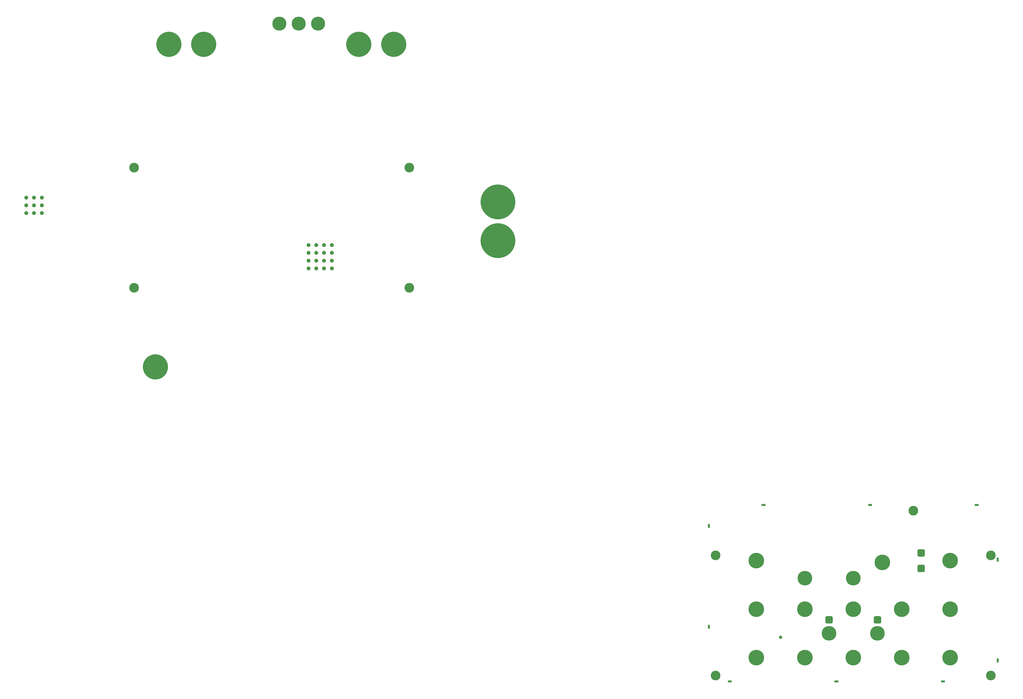
<source format=gbr>
%TF.GenerationSoftware,KiCad,Pcbnew,9.0.6-9.0.6~ubuntu24.04.1*%
%TF.CreationDate,2025-11-16T17:23:56+08:00*%
%TF.ProjectId,ksoloti_gills_panel,6b736f6c-6f74-4695-9f67-696c6c735f70,v0.6*%
%TF.SameCoordinates,Original*%
%TF.FileFunction,Soldermask,Bot*%
%TF.FilePolarity,Negative*%
%FSLAX46Y46*%
G04 Gerber Fmt 4.6, Leading zero omitted, Abs format (unit mm)*
G04 Created by KiCad (PCBNEW 9.0.6-9.0.6~ubuntu24.04.1) date 2025-11-16 17:23:56*
%MOMM*%
%LPD*%
G01*
G04 APERTURE LIST*
%ADD10C,2.000000*%
%ADD11C,5.000000*%
%ADD12C,13.000000*%
%ADD13C,7.200000*%
%ADD14C,18.000000*%
%ADD15C,7.500000*%
%ADD16C,8.000000*%
%ADD17C,1.700000*%
G04 APERTURE END LIST*
G36*
X357697800Y29242000D02*
G01*
X359697800Y29242000D01*
X359697800Y28242000D01*
X357697800Y28242000D01*
X357697800Y29242000D01*
G37*
G36*
X412697800Y29242000D02*
G01*
X414697800Y29242000D01*
X414697800Y28242000D01*
X412697800Y28242000D01*
X412697800Y29242000D01*
G37*
G36*
X274997800Y-33058000D02*
G01*
X275997800Y-33058000D01*
X275997800Y-35058000D01*
X274997800Y-35058000D01*
X274997800Y-33058000D01*
G37*
G36*
X340297800Y-61758000D02*
G01*
X342297800Y-61758000D01*
X342297800Y-62758000D01*
X340297800Y-62758000D01*
X340297800Y-61758000D01*
G37*
G36*
X423997800Y-50458000D02*
G01*
X424997800Y-50458000D01*
X424997800Y-52458000D01*
X423997800Y-52458000D01*
X423997800Y-50458000D01*
G37*
G36*
X302697800Y29242000D02*
G01*
X304697800Y29242000D01*
X304697800Y28242000D01*
X302697800Y28242000D01*
X302697800Y29242000D01*
G37*
G36*
X423997800Y1542000D02*
G01*
X424997800Y1542000D01*
X424997800Y-458000D01*
X423997800Y-458000D01*
X423997800Y1542000D01*
G37*
G36*
X274997800Y18942000D02*
G01*
X275997800Y18942000D01*
X275997800Y16942000D01*
X274997800Y16942000D01*
X274997800Y18942000D01*
G37*
G36*
X285297800Y-61758000D02*
G01*
X287297800Y-61758000D01*
X287297800Y-62758000D01*
X285297800Y-62758000D01*
X285297800Y-61758000D01*
G37*
G36*
X395297800Y-61758000D02*
G01*
X397297800Y-61758000D01*
X397297800Y-62758000D01*
X395297800Y-62758000D01*
X395297800Y-61758000D01*
G37*
D10*
%TO.C,REF\u002A\u002A10*%
X72997800Y158742000D03*
%TD*%
%TO.C,REF\u002A\u002A5*%
X76997800Y154742000D03*
%TD*%
%TO.C,REF\u002A\u002A2*%
X72997800Y150742000D03*
%TD*%
%TO.C,REF\u002A\u002A13*%
X76997800Y162742000D03*
%TD*%
%TO.C,REF\u002A\u002A9*%
X76997800Y158742000D03*
%TD*%
D11*
%TO.C,*%
X-21002200Y202742000D03*
%TD*%
%TO.C,*%
X120997800Y202742000D03*
%TD*%
D10*
%TO.C,REF\u002A\u002A12*%
X80997800Y162742000D03*
%TD*%
%TO.C,*%
X-76602200Y183242000D03*
%TD*%
%TO.C,REF\u002A\u002A7*%
X68997800Y154742000D03*
%TD*%
%TO.C,REF\u002A\u002A1*%
X76997800Y150742000D03*
%TD*%
%TO.C,*%
X-72602200Y183242000D03*
%TD*%
%TO.C,REF\u002A\u002A15*%
X68997800Y162742000D03*
%TD*%
%TO.C,REF\u002A\u002A3*%
X68997800Y150742000D03*
%TD*%
D11*
%TO.C,*%
X-21002200Y140742000D03*
%TD*%
D10*
%TO.C,REF\u002A\u002A14*%
X72997800Y162742000D03*
%TD*%
%TO.C,*%
X-68602200Y187242000D03*
%TD*%
%TO.C,REF\u002A\u002A*%
X80997800Y150742000D03*
%TD*%
%TO.C,REF\u002A\u002A11*%
X68997800Y158742000D03*
%TD*%
D11*
%TO.C,*%
X120997800Y140742000D03*
%TD*%
D10*
%TO.C,*%
X-72602200Y187242000D03*
%TD*%
%TO.C,*%
X-68602200Y179242000D03*
%TD*%
%TO.C,*%
X-68602200Y183242000D03*
%TD*%
%TO.C,*%
X-76602200Y179242000D03*
%TD*%
%TO.C,*%
X-76602200Y187242000D03*
%TD*%
%TO.C,REF\u002A\u002A6*%
X72997800Y154742000D03*
%TD*%
%TO.C,REF\u002A\u002A4*%
X80997800Y154742000D03*
%TD*%
%TO.C,*%
X-72602200Y179242000D03*
%TD*%
%TO.C,REF\u002A\u002A8*%
X80997800Y158742000D03*
%TD*%
D12*
%TO.C,REF\u002A\u002A*%
X-3088011Y266342000D03*
%TD*%
%TO.C,REF\u002A\u002A*%
X112911989Y266342000D03*
%TD*%
%TO.C,REF\u002A\u002A*%
X-10002200Y99942000D03*
%TD*%
D13*
%TO.C,REF\u002A\u002A*%
X53911989Y276992000D03*
%TD*%
D14*
%TO.C,REF\u002A\u002A*%
X166697800Y185042000D03*
%TD*%
D13*
%TO.C,REF\u002A\u002A*%
X73911989Y276992000D03*
%TD*%
D14*
%TO.C,REF\u002A\u002A*%
X166697800Y165042000D03*
%TD*%
D12*
%TO.C,REF\u002A\u002A*%
X94911989Y266342000D03*
%TD*%
D13*
%TO.C,REF\u002A\u002A*%
X63911989Y276992000D03*
%TD*%
D12*
%TO.C,REF\u002A\u002A*%
X14911989Y266342000D03*
%TD*%
D15*
%TO.C,REF\u002A\u002A*%
X362500000Y-37500000D03*
%TD*%
D16*
%TO.C,REF\u002A\u002A*%
X300000000Y0D03*
%TD*%
%TO.C,REF\u002A\u002A*%
X325000000Y-50000000D03*
%TD*%
D11*
%TO.C,MH8*%
X380997800Y25742000D03*
%TD*%
D16*
%TO.C,REF\u002A\u002A*%
X365000000Y-900000D03*
%TD*%
%TO.C,REF\u002A\u002A*%
X400000000Y-50000000D03*
%TD*%
%TO.C,REF\u002A\u002A*%
X375000000Y-25000000D03*
%TD*%
%TO.C,REF\u002A\u002A*%
X350000000Y-25000000D03*
%TD*%
%TO.C,REF\u002A\u002A*%
X300000000Y-50000000D03*
%TD*%
%TO.C,REF\u002A\u002A*%
X325000000Y-25000000D03*
%TD*%
D15*
%TO.C,REF\u002A\u002A*%
X350000000Y-9000000D03*
%TD*%
D16*
%TO.C,REF\u002A\u002A*%
X400000000Y-25000000D03*
%TD*%
D11*
%TO.C,MH6*%
X278997800Y-59258000D03*
%TD*%
D15*
%TO.C,REF\u002A\u002A*%
X325000000Y-9000000D03*
%TD*%
D16*
%TO.C,REF\u002A\u002A*%
X350000000Y-50000000D03*
%TD*%
D11*
%TO.C,MH7*%
X420997800Y-59258000D03*
%TD*%
%TO.C,MH8*%
X420997800Y2742000D03*
%TD*%
D16*
%TO.C,REF\u002A\u002A*%
X375000000Y-50000000D03*
%TD*%
D15*
%TO.C,REF\u002A\u002A*%
X337500000Y-37500000D03*
%TD*%
D16*
%TO.C,REF\u002A\u002A*%
X400000000Y0D03*
%TD*%
%TO.C,REF\u002A\u002A*%
X300000000Y-25000000D03*
%TD*%
D17*
%TO.C,REF\u002A\u002A*%
X312500000Y-39500000D03*
%TD*%
D11*
%TO.C,MH5*%
X278997800Y2742000D03*
%TD*%
G36*
X386107028Y5904208D02*
G01*
X386263911Y5886532D01*
X386291419Y5880253D01*
X386433706Y5830465D01*
X386459127Y5818223D01*
X386586772Y5738018D01*
X386608831Y5720426D01*
X386715425Y5613832D01*
X386733017Y5591773D01*
X386813222Y5464128D01*
X386825464Y5438707D01*
X386875252Y5296420D01*
X386881531Y5268913D01*
X386899208Y5112030D01*
X386900000Y5097922D01*
X386900000Y2912079D01*
X386899208Y2897971D01*
X386881531Y2741088D01*
X386875252Y2713581D01*
X386825464Y2571294D01*
X386813222Y2545873D01*
X386733017Y2418228D01*
X386715425Y2396169D01*
X386608831Y2289575D01*
X386586772Y2271983D01*
X386459127Y2191778D01*
X386433706Y2179536D01*
X386291419Y2129748D01*
X386263912Y2123469D01*
X386107029Y2105792D01*
X386092921Y2105000D01*
X383907079Y2105000D01*
X383892971Y2105792D01*
X383736087Y2123469D01*
X383708580Y2129748D01*
X383566293Y2179536D01*
X383540872Y2191778D01*
X383413227Y2271983D01*
X383391168Y2289575D01*
X383284574Y2396169D01*
X383266982Y2418228D01*
X383186777Y2545873D01*
X383174535Y2571294D01*
X383124747Y2713581D01*
X383118468Y2741089D01*
X383100792Y2897972D01*
X383100000Y2912079D01*
X383100000Y5097922D01*
X383100792Y5112029D01*
X383118468Y5268912D01*
X383124747Y5296420D01*
X383174535Y5438707D01*
X383186777Y5464128D01*
X383266982Y5591773D01*
X383284574Y5613832D01*
X383391168Y5720426D01*
X383413227Y5738018D01*
X383540872Y5818223D01*
X383566293Y5830465D01*
X383708580Y5880253D01*
X383736088Y5886532D01*
X383892972Y5904208D01*
X383907079Y5905000D01*
X386092921Y5905000D01*
X386107028Y5904208D01*
G37*
G36*
X338607028Y-28600792D02*
G01*
X338763911Y-28618468D01*
X338791419Y-28624747D01*
X338933706Y-28674535D01*
X338959127Y-28686777D01*
X339086772Y-28766982D01*
X339108831Y-28784574D01*
X339215425Y-28891168D01*
X339233017Y-28913227D01*
X339313222Y-29040872D01*
X339325464Y-29066293D01*
X339375252Y-29208580D01*
X339381531Y-29236087D01*
X339399208Y-29392970D01*
X339400000Y-29407078D01*
X339400000Y-31592921D01*
X339399208Y-31607029D01*
X339381531Y-31763912D01*
X339375252Y-31791419D01*
X339325464Y-31933706D01*
X339313222Y-31959127D01*
X339233017Y-32086772D01*
X339215425Y-32108831D01*
X339108831Y-32215425D01*
X339086772Y-32233017D01*
X338959127Y-32313222D01*
X338933706Y-32325464D01*
X338791419Y-32375252D01*
X338763912Y-32381531D01*
X338607029Y-32399208D01*
X338592921Y-32400000D01*
X336407079Y-32400000D01*
X336392971Y-32399208D01*
X336236087Y-32381531D01*
X336208580Y-32375252D01*
X336066293Y-32325464D01*
X336040872Y-32313222D01*
X335913227Y-32233017D01*
X335891168Y-32215425D01*
X335784574Y-32108831D01*
X335766982Y-32086772D01*
X335686777Y-31959127D01*
X335674535Y-31933706D01*
X335624747Y-31791419D01*
X335618468Y-31763911D01*
X335600792Y-31607028D01*
X335600000Y-31592921D01*
X335600000Y-29407078D01*
X335600792Y-29392971D01*
X335618468Y-29236088D01*
X335624747Y-29208580D01*
X335674535Y-29066293D01*
X335686777Y-29040872D01*
X335766982Y-28913227D01*
X335784574Y-28891168D01*
X335891168Y-28784574D01*
X335913227Y-28766982D01*
X336040872Y-28686777D01*
X336066293Y-28674535D01*
X336208580Y-28624747D01*
X336236088Y-28618468D01*
X336392972Y-28600792D01*
X336407079Y-28600000D01*
X338592921Y-28600000D01*
X338607028Y-28600792D01*
G37*
G36*
X363607028Y-28600792D02*
G01*
X363763911Y-28618468D01*
X363791419Y-28624747D01*
X363933706Y-28674535D01*
X363959127Y-28686777D01*
X364086772Y-28766982D01*
X364108831Y-28784574D01*
X364215425Y-28891168D01*
X364233017Y-28913227D01*
X364313222Y-29040872D01*
X364325464Y-29066293D01*
X364375252Y-29208580D01*
X364381531Y-29236087D01*
X364399208Y-29392970D01*
X364400000Y-29407078D01*
X364400000Y-31592921D01*
X364399208Y-31607029D01*
X364381531Y-31763912D01*
X364375252Y-31791419D01*
X364325464Y-31933706D01*
X364313222Y-31959127D01*
X364233017Y-32086772D01*
X364215425Y-32108831D01*
X364108831Y-32215425D01*
X364086772Y-32233017D01*
X363959127Y-32313222D01*
X363933706Y-32325464D01*
X363791419Y-32375252D01*
X363763912Y-32381531D01*
X363607029Y-32399208D01*
X363592921Y-32400000D01*
X361407079Y-32400000D01*
X361392971Y-32399208D01*
X361236087Y-32381531D01*
X361208580Y-32375252D01*
X361066293Y-32325464D01*
X361040872Y-32313222D01*
X360913227Y-32233017D01*
X360891168Y-32215425D01*
X360784574Y-32108831D01*
X360766982Y-32086772D01*
X360686777Y-31959127D01*
X360674535Y-31933706D01*
X360624747Y-31791419D01*
X360618468Y-31763911D01*
X360600792Y-31607028D01*
X360600000Y-31592921D01*
X360600000Y-29407078D01*
X360600792Y-29392971D01*
X360618468Y-29236088D01*
X360624747Y-29208580D01*
X360674535Y-29066293D01*
X360686777Y-29040872D01*
X360766982Y-28913227D01*
X360784574Y-28891168D01*
X360891168Y-28784574D01*
X360913227Y-28766982D01*
X361040872Y-28686777D01*
X361066293Y-28674535D01*
X361208580Y-28624747D01*
X361236088Y-28618468D01*
X361392972Y-28600792D01*
X361407079Y-28600000D01*
X363592921Y-28600000D01*
X363607028Y-28600792D01*
G37*
G36*
X386107028Y-2095792D02*
G01*
X386263911Y-2113468D01*
X386291419Y-2119747D01*
X386433706Y-2169535D01*
X386459127Y-2181777D01*
X386586772Y-2261982D01*
X386608831Y-2279574D01*
X386715425Y-2386168D01*
X386733017Y-2408227D01*
X386813222Y-2535872D01*
X386825464Y-2561293D01*
X386875252Y-2703580D01*
X386881531Y-2731087D01*
X386899208Y-2887970D01*
X386900000Y-2902078D01*
X386900000Y-5087921D01*
X386899208Y-5102029D01*
X386881531Y-5258912D01*
X386875252Y-5286419D01*
X386825464Y-5428706D01*
X386813222Y-5454127D01*
X386733017Y-5581772D01*
X386715425Y-5603831D01*
X386608831Y-5710425D01*
X386586772Y-5728017D01*
X386459127Y-5808222D01*
X386433706Y-5820464D01*
X386291419Y-5870252D01*
X386263912Y-5876531D01*
X386107029Y-5894208D01*
X386092921Y-5895000D01*
X383907079Y-5895000D01*
X383892971Y-5894208D01*
X383736087Y-5876531D01*
X383708580Y-5870252D01*
X383566293Y-5820464D01*
X383540872Y-5808222D01*
X383413227Y-5728017D01*
X383391168Y-5710425D01*
X383284574Y-5603831D01*
X383266982Y-5581772D01*
X383186777Y-5454127D01*
X383174535Y-5428706D01*
X383124747Y-5286419D01*
X383118468Y-5258911D01*
X383100792Y-5102028D01*
X383100000Y-5087921D01*
X383100000Y-2902078D01*
X383100792Y-2887971D01*
X383118468Y-2731088D01*
X383124747Y-2703580D01*
X383174535Y-2561293D01*
X383186777Y-2535872D01*
X383266982Y-2408227D01*
X383284574Y-2386168D01*
X383391168Y-2279574D01*
X383413227Y-2261982D01*
X383540872Y-2181777D01*
X383566293Y-2169535D01*
X383708580Y-2119747D01*
X383736088Y-2113468D01*
X383892972Y-2095792D01*
X383907079Y-2095000D01*
X386092921Y-2095000D01*
X386107028Y-2095792D01*
G37*
M02*

</source>
